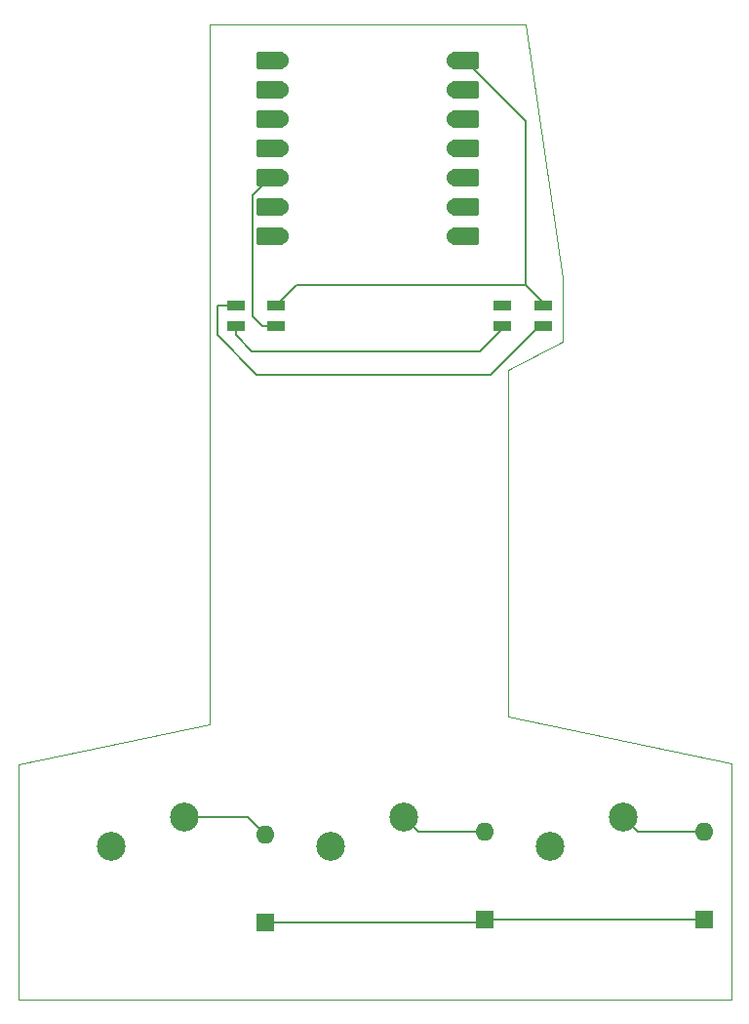
<source format=gtl>
G04 #@! TF.GenerationSoftware,KiCad,Pcbnew,9.0.2*
G04 #@! TF.CreationDate,2025-07-01T11:42:46-07:00*
G04 #@! TF.ProjectId,osu_keypad,6f73755f-6b65-4797-9061-642e6b696361,rev?*
G04 #@! TF.SameCoordinates,Original*
G04 #@! TF.FileFunction,Copper,L1,Top*
G04 #@! TF.FilePolarity,Positive*
%FSLAX46Y46*%
G04 Gerber Fmt 4.6, Leading zero omitted, Abs format (unit mm)*
G04 Created by KiCad (PCBNEW 9.0.2) date 2025-07-01 11:42:46*
%MOMM*%
%LPD*%
G01*
G04 APERTURE LIST*
G04 Aperture macros list*
%AMRoundRect*
0 Rectangle with rounded corners*
0 $1 Rounding radius*
0 $2 $3 $4 $5 $6 $7 $8 $9 X,Y pos of 4 corners*
0 Add a 4 corners polygon primitive as box body*
4,1,4,$2,$3,$4,$5,$6,$7,$8,$9,$2,$3,0*
0 Add four circle primitives for the rounded corners*
1,1,$1+$1,$2,$3*
1,1,$1+$1,$4,$5*
1,1,$1+$1,$6,$7*
1,1,$1+$1,$8,$9*
0 Add four rect primitives between the rounded corners*
20,1,$1+$1,$2,$3,$4,$5,0*
20,1,$1+$1,$4,$5,$6,$7,0*
20,1,$1+$1,$6,$7,$8,$9,0*
20,1,$1+$1,$8,$9,$2,$3,0*%
G04 Aperture macros list end*
G04 #@! TA.AperFunction,SMDPad,CuDef*
%ADD10RoundRect,0.152400X1.063600X0.609600X-1.063600X0.609600X-1.063600X-0.609600X1.063600X-0.609600X0*%
G04 #@! TD*
G04 #@! TA.AperFunction,ComponentPad*
%ADD11C,1.524000*%
G04 #@! TD*
G04 #@! TA.AperFunction,SMDPad,CuDef*
%ADD12RoundRect,0.152400X-1.063600X-0.609600X1.063600X-0.609600X1.063600X0.609600X-1.063600X0.609600X0*%
G04 #@! TD*
G04 #@! TA.AperFunction,ComponentPad*
%ADD13C,2.500000*%
G04 #@! TD*
G04 #@! TA.AperFunction,SMDPad,CuDef*
%ADD14R,1.600000X0.850000*%
G04 #@! TD*
G04 #@! TA.AperFunction,ComponentPad*
%ADD15R,1.600000X1.600000*%
G04 #@! TD*
G04 #@! TA.AperFunction,ComponentPad*
%ADD16O,1.600000X1.600000*%
G04 #@! TD*
G04 #@! TA.AperFunction,Conductor*
%ADD17C,0.200000*%
G04 #@! TD*
G04 #@! TA.AperFunction,Profile*
%ADD18C,0.050000*%
G04 #@! TD*
G04 APERTURE END LIST*
D10*
X108815000Y-68580000D03*
D11*
X109650000Y-68580000D03*
D10*
X108815000Y-71120000D03*
D11*
X109650000Y-71120000D03*
D10*
X108815000Y-73660000D03*
D11*
X109650000Y-73660000D03*
D10*
X108815000Y-76200000D03*
D11*
X109650000Y-76200000D03*
D10*
X108815000Y-78740000D03*
D11*
X109650000Y-78740000D03*
D10*
X108815000Y-81280000D03*
D11*
X109650000Y-81280000D03*
D10*
X108815000Y-83820000D03*
D11*
X109650000Y-83820000D03*
X124890000Y-83820000D03*
D12*
X125725000Y-83820000D03*
D11*
X124890000Y-81280000D03*
D12*
X125725000Y-81280000D03*
D11*
X124890000Y-78740000D03*
D12*
X125725000Y-78740000D03*
D11*
X124890000Y-76200000D03*
D12*
X125725000Y-76200000D03*
D11*
X124890000Y-73660000D03*
D12*
X125725000Y-73660000D03*
D11*
X124890000Y-71120000D03*
D12*
X125725000Y-71120000D03*
D11*
X124890000Y-68580000D03*
D12*
X125725000Y-68580000D03*
D13*
X133111875Y-136763125D03*
X139461875Y-134223125D03*
D14*
X128975000Y-89850000D03*
X128975000Y-91600000D03*
X132475000Y-91600000D03*
X132475000Y-89850000D03*
D13*
X95011875Y-136763125D03*
X101361875Y-134223125D03*
X114061875Y-136763125D03*
X120411875Y-134223125D03*
D15*
X146446875Y-143113125D03*
D16*
X146446875Y-135493125D03*
D15*
X127396875Y-143113125D03*
D16*
X127396875Y-135493125D03*
D15*
X108346875Y-143351250D03*
D16*
X108346875Y-135731250D03*
D14*
X105796875Y-89850000D03*
X105796875Y-91600000D03*
X109296875Y-91600000D03*
X109296875Y-89850000D03*
D17*
X106838750Y-134223125D02*
X108346875Y-135731250D01*
X101361875Y-134223125D02*
X106838750Y-134223125D01*
X127158750Y-143351250D02*
X127396875Y-143113125D01*
X146446875Y-143113125D02*
X127396875Y-143113125D01*
X108346875Y-143351250D02*
X127158750Y-143351250D01*
X121681875Y-135493125D02*
X120411875Y-134223125D01*
X127396875Y-135493125D02*
X121681875Y-135493125D01*
X140731875Y-135493125D02*
X139461875Y-134223125D01*
X146446875Y-135493125D02*
X140731875Y-135493125D01*
X109296875Y-89850000D02*
X111040625Y-88106250D01*
X130968750Y-88106250D02*
X132475000Y-89612500D01*
X132475000Y-89612500D02*
X132475000Y-89850000D01*
X130968750Y-73823750D02*
X125725000Y-68580000D01*
X111040625Y-88106250D02*
X130968750Y-88106250D01*
X130968750Y-88106250D02*
X130968750Y-73823750D01*
X105796875Y-92396875D02*
X107225000Y-93825000D01*
X105796875Y-91600000D02*
X105796875Y-92396875D01*
X128975000Y-91875000D02*
X128975000Y-91600000D01*
X107225000Y-93825000D02*
X127025000Y-93825000D01*
X127025000Y-93825000D02*
X128975000Y-91875000D01*
X107298000Y-80257000D02*
X108815000Y-78740000D01*
X108100000Y-91600000D02*
X107298000Y-90798000D01*
X109296875Y-91600000D02*
X108100000Y-91600000D01*
X107298000Y-90798000D02*
X107298000Y-80257000D01*
X107625000Y-95825000D02*
X127925000Y-95825000D01*
X104185375Y-89850000D02*
X104185375Y-92385375D01*
X105796875Y-89850000D02*
X104185375Y-89850000D01*
X127925000Y-95825000D02*
X132150000Y-91600000D01*
X132150000Y-91600000D02*
X132475000Y-91600000D01*
X104185375Y-92385375D02*
X107625000Y-95825000D01*
D18*
X129425000Y-95405000D02*
X134165000Y-92945000D01*
X103584375Y-65484375D02*
X103584375Y-126206250D01*
X129435000Y-125465000D02*
X129425000Y-95405000D01*
X86915625Y-150018750D02*
X148828125Y-150018750D01*
X134165000Y-87495000D02*
X130968750Y-65484375D01*
X86925000Y-129625000D02*
X103584375Y-126206250D01*
X148828125Y-150018750D02*
X148828125Y-129525000D01*
X86915625Y-150018750D02*
X86925000Y-129625000D01*
X134165000Y-92945000D02*
X134165000Y-87495000D01*
X130968750Y-65484375D02*
X103584375Y-65484375D01*
X148828125Y-129525000D02*
X129435000Y-125465000D01*
M02*

</source>
